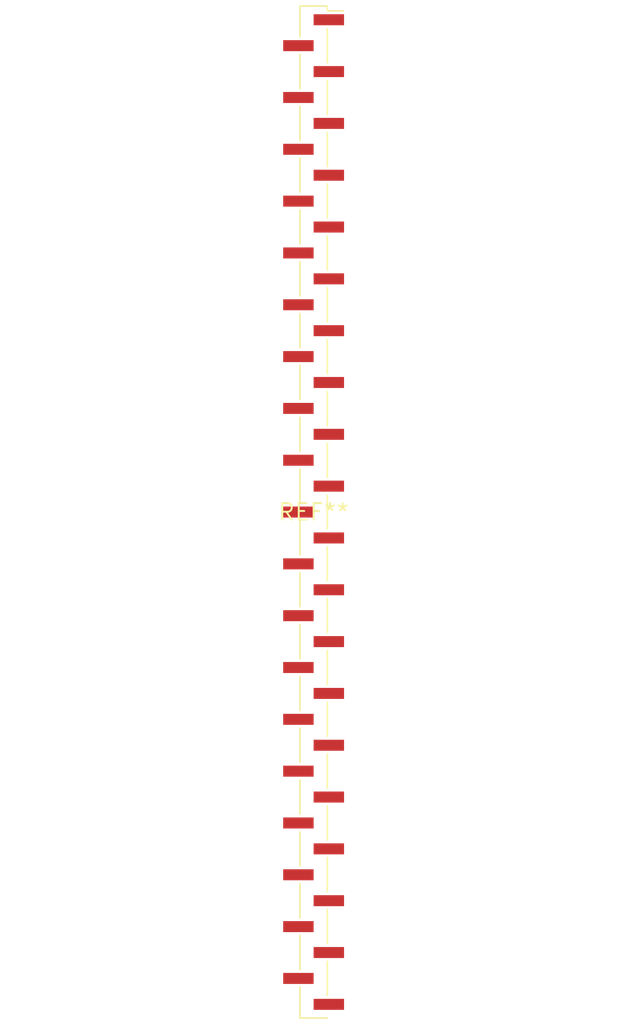
<source format=kicad_pcb>
(kicad_pcb (version 20240108) (generator pcbnew)
  (layers (0 "F.Cu" signal) (31 "B.Cu" signal) (34 "B.Paste" user) (35 "F.Paste" user) (36 "B.SilkS" user "B.Silkscreen") (37 "F.SilkS" user "F.Silkscreen") (38 "B.Mask" user) (39 "F.Mask" user) (44 "Edge.Cuts" user))
  (net 0 "")
  (footprint "PinHeader_1x39_P2.00mm_Vertical_SMD_Pin1Right" (layer "F.Cu") (at 0 0)
    (property "Reference" "REF**")
    (property "Value" "PinHeader_1x39_P2.00mm_Vertical_SMD_Pin1Right")
    (fp_line (start -1.06 -39.06) (end -1.06 -36.685) (layer "F.SilkS") (stroke (width 0.12)))
    (fp_line (start -1.06 -39.06) (end 1.06 -39.06) (layer "F.SilkS") (stroke (width 0.12)))
    (fp_line (start -1.06 -35.315) (end -1.06 -32.685) (layer "F.SilkS") (stroke (width 0.12)))
    (fp_line (start -1.06 -31.315) (end -1.06 -28.685) (layer "F.SilkS") (stroke (width 0.12)))
    (fp_line (start -1.06 -27.315) (end -1.06 -24.685) (layer "F.SilkS") (stroke (width 0.12)))
    (fp_line (start -1.06 -23.315) (end -1.06 -20.685) (layer "F.SilkS") (stroke (width 0.12)))
    (fp_line (start -1.06 -19.315) (end -1.06 -16.685) (layer "F.SilkS") (stroke (width 0.12)))
    (fp_line (start -1.06 -15.315) (end -1.06 -12.685) (layer "F.SilkS") (stroke (width 0.12)))
    (fp_line (start -1.06 -11.315) (end -1.06 -8.685) (layer "F.SilkS") (stroke (width 0.12)))
    (fp_line (start -1.06 -7.315) (end -1.06 -4.685) (layer "F.SilkS") (stroke (width 0.12)))
    (fp_line (start -1.06 -3.315) (end -1.06 -0.685) (layer "F.SilkS") (stroke (width 0.12)))
    (fp_line (start -1.06 0.685) (end -1.06 3.315) (layer "F.SilkS") (stroke (width 0.12)))
    (fp_line (start -1.06 4.685) (end -1.06 7.315) (layer "F.SilkS") (stroke (width 0.12)))
    (fp_line (start -1.06 8.685) (end -1.06 11.315) (layer "F.SilkS") (stroke (width 0.12)))
    (fp_line (start -1.06 12.685) (end -1.06 15.315) (layer "F.SilkS") (stroke (width 0.12)))
    (fp_line (start -1.06 16.685) (end -1.06 19.315) (layer "F.SilkS") (stroke (width 0.12)))
    (fp_line (start -1.06 20.685) (end -1.06 23.315) (layer "F.SilkS") (stroke (width 0.12)))
    (fp_line (start -1.06 24.685) (end -1.06 27.315) (layer "F.SilkS") (stroke (width 0.12)))
    (fp_line (start -1.06 28.685) (end -1.06 31.315) (layer "F.SilkS") (stroke (width 0.12)))
    (fp_line (start -1.06 32.685) (end -1.06 35.315) (layer "F.SilkS") (stroke (width 0.12)))
    (fp_line (start -1.06 36.685) (end -1.06 39.06) (layer "F.SilkS") (stroke (width 0.12)))
    (fp_line (start -1.06 38.685) (end -1.06 39.06) (layer "F.SilkS") (stroke (width 0.12)))
    (fp_line (start -1.06 39.06) (end 1.06 39.06) (layer "F.SilkS") (stroke (width 0.12)))
    (fp_line (start 1.06 -39.06) (end 1.06 -38.685) (layer "F.SilkS") (stroke (width 0.12)))
    (fp_line (start 1.06 -38.685) (end 2.29 -38.685) (layer "F.SilkS") (stroke (width 0.12)))
    (fp_line (start 1.06 -37.315) (end 1.06 -34.685) (layer "F.SilkS") (stroke (width 0.12)))
    (fp_line (start 1.06 -33.315) (end 1.06 -30.685) (layer "F.SilkS") (stroke (width 0.12)))
    (fp_line (start 1.06 -29.315) (end 1.06 -26.685) (layer "F.SilkS") (stroke (width 0.12)))
    (fp_line (start 1.06 -25.315) (end 1.06 -22.685) (layer "F.SilkS") (stroke (width 0.12)))
    (fp_line (start 1.06 -21.315) (end 1.06 -18.685) (layer "F.SilkS") (stroke (width 0.12)))
    (fp_line (start 1.06 -17.315) (end 1.06 -14.685) (layer "F.SilkS") (stroke (width 0.12)))
    (fp_line (start 1.06 -13.315) (end 1.06 -10.685) (layer "F.SilkS") (stroke (width 0.12)))
    (fp_line (start 1.06 -9.315) (end 1.06 -6.685) (layer "F.SilkS") (stroke (width 0.12)))
    (fp_line (start 1.06 -5.315) (end 1.06 -2.685) (layer "F.SilkS") (stroke (width 0.12)))
    (fp_line (start 1.06 -1.315) (end 1.06 1.315) (layer "F.SilkS") (stroke (width 0.12)))
    (fp_line (start 1.06 2.685) (end 1.06 5.315) (layer "F.SilkS") (stroke (width 0.12)))
    (fp_line (start 1.06 6.685) (end 1.06 9.315) (layer "F.SilkS") (stroke (width 0.12)))
    (fp_line (start 1.06 10.685) (end 1.06 13.315) (layer "F.SilkS") (stroke (width 0.12)))
    (fp_line (start 1.06 14.685) (end 1.06 17.315) (layer "F.SilkS") (stroke (width 0.12)))
    (fp_line (start 1.06 18.685) (end 1.06 21.315) (layer "F.SilkS") (stroke (width 0.12)))
    (fp_line (start 1.06 22.685) (end 1.06 25.315) (layer "F.SilkS") (stroke (width 0.12)))
    (fp_line (start 1.06 26.685) (end 1.06 29.315) (layer "F.SilkS") (stroke (width 0.12)))
    (fp_line (start 1.06 30.685) (end 1.06 33.315) (layer "F.SilkS") (stroke (width 0.12)))
    (fp_line (start 1.06 34.685) (end 1.06 37.315) (layer "F.SilkS") (stroke (width 0.12)))
    (pad "1" smd rect (at 1.175 -38) (size 2.35 0.85) (layers "F.Cu" "F.Paste" "F.Mask"))
    (pad "2" smd rect (at -1.175 -36) (size 2.35 0.85) (layers "F.Cu" "F.Paste" "F.Mask"))
    (pad "3" smd rect (at 1.175 -34) (size 2.35 0.85) (layers "F.Cu" "F.Paste" "F.Mask"))
    (pad "4" smd rect (at -1.175 -32) (size 2.35 0.85) (layers "F.Cu" "F.Paste" "F.Mask"))
    (pad "5" smd rect (at 1.175 -30) (size 2.35 0.85) (layers "F.Cu" "F.Paste" "F.Mask"))
    (pad "6" smd rect (at -1.175 -28) (size 2.35 0.85) (layers "F.Cu" "F.Paste" "F.Mask"))
    (pad "7" smd rect (at 1.175 -26) (size 2.35 0.85) (layers "F.Cu" "F.Paste" "F.Mask"))
    (pad "8" smd rect (at -1.175 -24) (size 2.35 0.85) (layers "F.Cu" "F.Paste" "F.Mask"))
    (pad "9" smd rect (at 1.175 -22) (size 2.35 0.85) (layers "F.Cu" "F.Paste" "F.Mask"))
    (pad "10" smd rect (at -1.175 -20) (size 2.35 0.85) (layers "F.Cu" "F.Paste" "F.Mask"))
    (pad "11" smd rect (at 1.175 -18) (size 2.35 0.85) (layers "F.Cu" "F.Paste" "F.Mask"))
    (pad "12" smd rect (at -1.175 -16) (size 2.35 0.85) (layers "F.Cu" "F.Paste" "F.Mask"))
    (pad "13" smd rect (at 1.175 -14) (size 2.35 0.85) (layers "F.Cu" "F.Paste" "F.Mask"))
    (pad "14" smd rect (at -1.175 -12) (size 2.35 0.85) (layers "F.Cu" "F.Paste" "F.Mask"))
    (pad "15" smd rect (at 1.175 -10) (size 2.35 0.85) (layers "F.Cu" "F.Paste" "F.Mask"))
    (pad "16" smd rect (at -1.175 -8) (size 2.35 0.85) (layers "F.Cu" "F.Paste" "F.Mask"))
    (pad "17" smd rect (at 1.175 -6) (size 2.35 0.85) (layers "F.Cu" "F.Paste" "F.Mask"))
    (pad "18" smd rect (at -1.175 -4) (size 2.35 0.85) (layers "F.Cu" "F.Paste" "F.Mask"))
    (pad "19" smd rect (at 1.175 -2) (size 2.35 0.85) (layers "F.Cu" "F.Paste" "F.Mask"))
    (pad "20" smd rect (at -1.175 0) (size 2.35 0.85) (layers "F.Cu" "F.Paste" "F.Mask"))
    (pad "21" smd rect (at 1.175 2) (size 2.35 0.85) (layers "F.Cu" "F.Paste" "F.Mask"))
    (pad "22" smd rect (at -1.175 4) (size 2.35 0.85) (layers "F.Cu" "F.Paste" "F.Mask"))
    (pad "23" smd rect (at 1.175 6) (size 2.35 0.85) (layers "F.Cu" "F.Paste" "F.Mask"))
    (pad "24" smd rect (at -1.175 8) (size 2.35 0.85) (layers "F.Cu" "F.Paste" "F.Mask"))
    (pad "25" smd rect (at 1.175 10) (size 2.35 0.85) (layers "F.Cu" "F.Paste" "F.Mask"))
    (pad "26" smd rect (at -1.175 12) (size 2.35 0.85) (layers "F.Cu" "F.Paste" "F.Mask"))
    (pad "27" smd rect (at 1.175 14) (size 2.35 0.85) (layers "F.Cu" "F.Paste" "F.Mask"))
    (pad "28" smd rect (at -1.175 16) (size 2.35 0.85) (layers "F.Cu" "F.Paste" "F.Mask"))
    (pad "29" smd rect (at 1.175 18) (size 2.35 0.85) (layers "F.Cu" "F.Paste" "F.Mask"))
    (pad "30" smd rect (at -1.175 20) (size 2.35 0.85) (layers "F.Cu" "F.Paste" "F.Mask"))
    (pad "31" smd rect (at 1.175 22) (size 2.35 0.85) (layers "F.Cu" "F.Paste" "F.Mask"))
    (pad "32" smd rect (at -1.175 24) (size 2.35 0.85) (layers "F.Cu" "F.Paste" "F.Mask"))
    (pad "33" smd rect (at 1.175 26) (size 2.35 0.85) (layers "F.Cu" "F.Paste" "F.Mask"))
    (pad "34" smd rect (at -1.175 28) (size 2.35 0.85) (layers "F.Cu" "F.Paste" "F.Mask"))
    (pad "35" smd rect (at 1.175 30) (size 2.35 0.85) (layers "F.Cu" "F.Paste" "F.Mask"))
    (pad "36" smd rect (at -1.175 32) (size 2.35 0.85) (layers "F.Cu" "F.Paste" "F.Mask"))
    (pad "37" smd rect (at 1.175 34) (size 2.35 0.85) (layers "F.Cu" "F.Paste" "F.Mask"))
    (pad "38" smd rect (at -1.175 36) (size 2.35 0.85) (layers "F.Cu" "F.Paste" "F.Mask"))
    (pad "39" smd rect (at 1.175 38) (size 2.35 0.85) (layers "F.Cu" "F.Paste" "F.Mask"))
  )
)
</source>
